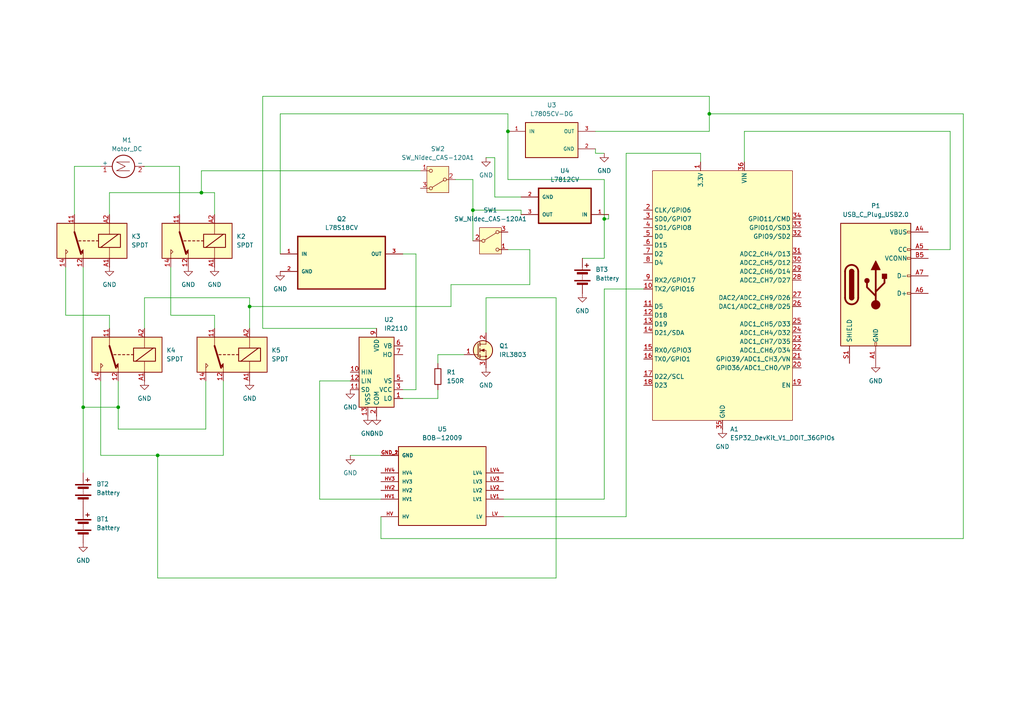
<source format=kicad_sch>
(kicad_sch (version 20231120) (generator "eeschema") (generator_version "8.0")
  (paper "A4")
  (lib_symbols
    (symbol "BOB-12009:BOB-12009" (pin_names (offset 1.016))
      (property "Reference" "U" (at -12.7 11.43 0))
      (property "Value" "BOB-12009" (at -12.7 -15.24 0))
      (symbol "BOB-12009_0_0"
        (rectangle (start -12.7 -12.7) (end 12.7 10.16) (stroke (width 0.254)) (fill (type background)))
        (pin power_in line (at 17.78 -10.16 180) (length 5.08) (name "GND") (number "GND_1"))
        (pin power_in line (at 17.78 -10.16 180) (length 5.08) (name "GND") (number "GND_2"))
        (pin bidirectional line (at 17.78 7.62 180) (length 5.08) (name "HV") (number "HV"))
        (pin bidirectional line (at 17.78 2.54 180) (length 5.08) (name "HV1") (number "HV1"))
        (pin bidirectional line (at 17.78 0 180) (length 5.08) (name "HV2") (number "HV2"))
        (pin bidirectional line (at 17.78 -2.54 180) (length 5.08) (name "HV3") (number "HV3"))
        (pin bidirectional line (at 17.78 -5.08 180) (length 5.08) (name "HV4") (number "HV4"))
        (pin bidirectional line (at -17.78 7.62 0) (length 5.08) (name "LV") (number "LV"))
        (pin bidirectional line (at -17.78 2.54 0) (length 5.08) (name "LV1") (number "LV1"))
        (pin bidirectional line (at -17.78 0 0) (length 5.08) (name "LV2") (number "LV2"))
        (pin bidirectional line (at -17.78 -2.54 0) (length 5.08) (name "LV3") (number "LV3"))
        (pin bidirectional line (at -17.78 -5.08 0) (length 5.08) (name "LV4") (number "LV4"))
      )
    )
    (symbol "Connector:USB_C_Plug_USB2.0" (pin_names (offset 1.016))
      (property "Reference" "P" (at -10.16 19.05 0))
      (property "Value" "USB_C_Plug_USB2.0" (at 12.7 19.05 0))
      (symbol "USB_C_Plug_USB2.0_0_0"
        (rectangle (start -0.254 -17.78) (end 0.254 -16.764))
        (rectangle (start 10.16 -2.286) (end 9.144 -2.794))
        (rectangle (start 10.16 2.794) (end 9.144 2.286))
        (rectangle (start 10.16 7.874) (end 9.144 7.366))
        (rectangle (start 10.16 10.414) (end 9.144 9.906))
        (rectangle (start 10.16 15.494) (end 9.144 14.986))
      )
      (symbol "USB_C_Plug_USB2.0_0_1"
        (rectangle (start -10.16 17.78) (end 10.16 -17.78) (stroke (width 0.254)) (fill (type background)))
        (arc (start -8.89 -3.81) (mid -6.985 -5.7067) (end -5.08 -3.81) (stroke (width 0.508)))
        (arc (start -7.62 -3.81) (mid -6.985 -4.4423) (end -6.35 -3.81) (stroke (width 0.254)))
        (arc (start -7.62 -3.81) (mid -6.985 -4.4423) (end -6.35 -3.81) (stroke (width 0.254)) (fill (type outline)))
        (rectangle (start -7.62 -3.81) (end -6.35 3.81) (stroke (width 0.254)) (fill (type outline)))
        (arc (start -6.35 3.81) (mid -6.985 4.4423) (end -7.62 3.81) (stroke (width 0.254)))
        (arc (start -6.35 3.81) (mid -6.985 4.4423) (end -7.62 3.81) (stroke (width 0.254)) (fill (type outline)))
        (arc (start -5.08 3.81) (mid -6.985 5.7067) (end -8.89 3.81) (stroke (width 0.508)))
        (circle (center -2.54 1.143) (radius 0.635) (stroke (width 0.254)) (fill (type outline)))
        (circle (center 0 -5.842) (radius 1.27) (fill (type outline)))
        (polyline (pts (xy -8.89 -3.81) (xy -8.89 3.81)) (stroke (width 0.508)))
        (polyline (pts (xy -5.08 3.81) (xy -5.08 -3.81)) (stroke (width 0.508)))
        (polyline (pts (xy 0 -5.842) (xy 0 4.318)) (stroke (width 0.508)))
        (polyline (pts (xy 0 -3.302) (xy -2.54 -0.762) (xy -2.54 0.508)) (stroke (width 0.508)))
        (polyline (pts (xy 0 -2.032) (xy 2.54 0.508) (xy 2.54 1.778)) (stroke (width 0.508)))
        (polyline (pts (xy -1.27 4.318) (xy 0 6.858) (xy 1.27 4.318) (xy -1.27 4.318)) (stroke (width 0.254)) (fill (type outline)))
        (rectangle (start 1.905 1.778) (end 3.175 3.048) (stroke (width 0.254)) (fill (type outline)))
      )
      (symbol "USB_C_Plug_USB2.0_1_1"
        (pin passive line (at 0 -22.86 90) (length 5.08) (name "GND") (number "A1"))
        (pin passive line (at 0 -22.86 90) (length 5.08) hide (name "GND") (number "A12"))
        (pin passive line (at 15.24 15.24 180) (length 5.08) (name "VBUS") (number "A4"))
        (pin bidirectional line (at 15.24 10.16 180) (length 5.08) (name "CC") (number "A5"))
        (pin bidirectional line (at 15.24 -2.54 180) (length 5.08) (name "D+") (number "A6"))
        (pin bidirectional line (at 15.24 2.54 180) (length 5.08) (name "D-") (number "A7"))
        (pin passive line (at 15.24 15.24 180) (length 5.08) hide (name "VBUS") (number "A9"))
        (pin passive line (at 0 -22.86 90) (length 5.08) hide (name "GND") (number "B1"))
        (pin passive line (at 0 -22.86 90) (length 5.08) hide (name "GND") (number "B12"))
        (pin passive line (at 15.24 15.24 180) (length 5.08) hide (name "VBUS") (number "B4"))
        (pin bidirectional line (at 15.24 7.62 180) (length 5.08) (name "VCONN") (number "B5"))
        (pin passive line (at 15.24 15.24 180) (length 5.08) hide (name "VBUS") (number "B9"))
        (pin passive line (at -7.62 -22.86 90) (length 5.08) (name "SHIELD") (number "S1"))
      )
    )
    (symbol "Device:Battery" (pin_numbers hide) (pin_names (offset 0) hide)
      (property "Reference" "BT" (at 2.54 2.54 0))
      (property "Value" "Battery" (at 2.54 0 0))
      (symbol "Battery_0_1"
        (rectangle (start -2.286 -1.27) (end 2.286 -1.524) (fill (type outline)))
        (rectangle (start -2.286 1.778) (end 2.286 1.524) (fill (type outline)))
        (rectangle (start -1.524 -2.032) (end 1.524 -2.54) (fill (type outline)))
        (rectangle (start -1.524 1.016) (end 1.524 0.508) (fill (type outline)))
        (polyline (pts (xy 0 -1.016) (xy 0 -0.762)))
        (polyline (pts (xy 0 -0.508) (xy 0 -0.254)))
        (polyline (pts (xy 0 0) (xy 0 0.254)))
        (polyline (pts (xy 0 1.778) (xy 0 2.54)))
        (polyline (pts (xy 0.762 3.048) (xy 1.778 3.048)) (stroke (width 0.254)))
        (polyline (pts (xy 1.27 3.556) (xy 1.27 2.54)) (stroke (width 0.254)))
      )
      (symbol "Battery_1_1"
        (pin passive line (at 0 5.08 270) (length 2.54) (name "+") (number "1"))
        (pin passive line (at 0 -5.08 90) (length 2.54) (name "-") (number "2"))
      )
    )
    (symbol "Driver_FET:IR2110"
      (property "Reference" "U" (at 1.27 13.335 0))
      (property "Value" "IR2110" (at 1.27 11.43 0))
      (symbol "IR2110_0_1"
        (rectangle (start -5.08 -10.16) (end 5.08 10.16) (stroke (width 0.254)) (fill (type background)))
      )
      (symbol "IR2110_1_1"
        (pin output line (at 7.62 -7.62 180) (length 2.54) (name "LO") (number "1"))
        (pin input line (at -7.62 0 0) (length 2.54) (name "HIN") (number "10"))
        (pin input line (at -7.62 -5.08 0) (length 2.54) (name "SD") (number "11"))
        (pin input line (at -7.62 -2.54 0) (length 2.54) (name "LIN") (number "12"))
        (pin power_in line (at -2.54 -12.7 90) (length 2.54) (name "VSS") (number "13"))
        (pin no_connect line (at -5.08 2.54 0) (length 2.54) hide (name "NC") (number "14"))
        (pin power_in line (at 0 -12.7 90) (length 2.54) (name "COM") (number "2"))
        (pin power_in line (at 7.62 -5.08 180) (length 2.54) (name "VCC") (number "3"))
        (pin no_connect line (at -5.08 7.62 0) (length 2.54) hide (name "NC") (number "4"))
        (pin passive line (at 7.62 -2.54 180) (length 2.54) (name "VS") (number "5"))
        (pin passive line (at 7.62 7.62 180) (length 2.54) (name "VB") (number "6"))
        (pin output line (at 7.62 5.08 180) (length 2.54) (name "HO") (number "7"))
        (pin no_connect line (at -5.08 5.08 0) (length 2.54) hide (name "NC") (number "8"))
        (pin power_in line (at 0 12.7 270) (length 2.54) (name "VDD") (number "9"))
      )
    )
    (symbol "L7805CV-DG:L7805CV-DG" (pin_names (offset 1.016))
      (property "Reference" "U" (at -7.6226 7.6217 0))
      (property "Value" "L7805CV-DG" (at -7.6287 -10.1686 0))
      (symbol "L7805CV-DG_0_0"
        (rectangle (start -7.62 -5.08) (end 7.62 5.08) (stroke (width 0.254)) (fill (type background)))
        (pin input line (at -12.7 2.54 0) (length 5.08) (name "IN") (number "1"))
        (pin power_in line (at 12.7 -2.54 180) (length 5.08) (name "GND") (number "2"))
        (pin output line (at 12.7 2.54 180) (length 5.08) (name "OUT") (number "3"))
      )
    )
    (symbol "L7812CV:L7812CV" (pin_names (offset 1.016))
      (property "Reference" "U" (at -7.6226 5.0817 0))
      (property "Value" "L7812CV" (at -7.6287 -7.6287 0))
      (symbol "L7812CV_0_0"
        (rectangle (start -7.62 -5.08) (end 7.62 5.08) (stroke (width 0.41)) (fill (type background)))
        (pin input line (at -12.7 2.54 0) (length 5.08) (name "IN") (number "1"))
        (pin power_in line (at 12.7 -2.54 180) (length 5.08) (name "GND") (number "2"))
        (pin output line (at 12.7 2.54 180) (length 5.08) (name "OUT") (number "3"))
      )
    )
    (symbol "L78S18CV:L78S18CV" (pin_names (offset 1.016))
      (property "Reference" "Q" (at -4.7244 9.1186 0))
      (property "Value" "L78S18CV" (at -4.6228 -14.8336 0))
      (symbol "L78S18CV_0_0"
        (rectangle (start -12.7 -10.16) (end 12.7 5.08) (stroke (width 0.4064)) (fill (type background)))
        (pin input line (at -17.78 0 0) (length 5.08) (name "IN") (number "1"))
        (pin passive line (at -17.78 -5.08 0) (length 5.08) (name "GND") (number "2"))
        (pin output line (at 17.78 0 180) (length 5.08) (name "OUT") (number "3"))
      )
    )
    (symbol "Motor:Motor_DC" (pin_names (offset 0))
      (property "Reference" "M" (at 2.54 2.54 0))
      (property "Value" "Motor_DC" (at 2.54 -5.08 0))
      (symbol "Motor_DC_0_0"
        (polyline (pts (xy -1.27 -3.302) (xy -1.27 0.508) (xy 0 -2.032) (xy 1.27 0.508) (xy 1.27 -3.302)))
      )
      (symbol "Motor_DC_0_1"
        (circle (center 0 -1.524) (radius 3.2512) (stroke (width 0.254)))
        (polyline (pts (xy 0 -7.62) (xy 0 -7.112)))
        (polyline (pts (xy 0 -4.7752) (xy 0 -5.1816)))
        (polyline (pts (xy 0 1.7272) (xy 0 2.0828)))
        (polyline (pts (xy 0 2.032) (xy 0 2.54)))
      )
      (symbol "Motor_DC_1_1"
        (pin passive line (at 0 5.08 270) (length 2.54) (name "+") (number "1"))
        (pin passive line (at 0 -7.62 90) (length 2.54) (name "-") (number "2"))
      )
    )
    (symbol "PCM_SL_Development_Board:ESP32_DevKit_V1_DOIT_36GPIOs"
      (property "Reference" "A" (at -13.97 36.83 0))
      (property "Value" "ESP32_DevKit_V1_DOIT_36GPIOs" (at 0 -31.75 0))
      (symbol "ESP32_DevKit_V1_DOIT_36GPIOs_0_1"
        (rectangle (start -20.32 34.29) (end 20.32 -38.1) (fill (type background)))
      )
      (symbol "ESP32_DevKit_V1_DOIT_36GPIOs_1_1"
        (pin power_in line (at -6.35 36.83 270) (length 2.54) (name "3.3V") (number "1"))
        (pin bidirectional line (at -22.86 0 0) (length 2.54) (name "TX2/GPIO16") (number "10"))
        (pin bidirectional line (at -22.86 -5.08 0) (length 2.54) (name "D5") (number "11"))
        (pin bidirectional line (at -22.86 -7.62 0) (length 2.54) (name "D18") (number "12"))
        (pin bidirectional line (at -22.86 -10.16 0) (length 2.54) (name "D19") (number "13"))
        (pin bidirectional line (at -22.86 -12.7 0) (length 2.54) (name "D21/SDA") (number "14"))
        (pin bidirectional line (at -22.86 -17.78 0) (length 2.54) (name "RX0/GPIO3") (number "15"))
        (pin bidirectional line (at -22.86 -20.32 0) (length 2.54) (name "TX0/GPIO1") (number "16"))
        (pin bidirectional line (at -22.86 -25.4 0) (length 2.54) (name "D22/SCL") (number "17"))
        (pin bidirectional line (at -22.86 -27.94 0) (length 2.54) (name "D23") (number "18"))
        (pin bidirectional line (at 22.86 -27.94 180) (length 2.54) (name "EN") (number "19"))
        (pin bidirectional line (at -22.86 22.86 0) (length 2.54) (name "CLK/GPIO6") (number "2"))
        (pin bidirectional line (at 22.86 -22.86 180) (length 2.54) (name "GPIO36/ADC1_CH0/VP") (number "20"))
        (pin bidirectional line (at 22.86 -20.32 180) (length 2.54) (name "GPIO39/ADC1_CH3/VN") (number "21"))
        (pin bidirectional line (at 22.86 -17.78 180) (length 2.54) (name "ADC1_CH6/D34") (number "22"))
        (pin bidirectional line (at 22.86 -15.24 180) (length 2.54) (name "ADC1_CH7/D35") (number "23"))
        (pin bidirectional line (at 22.86 -12.7 180) (length 2.54) (name "ADC1_CH4/D32") (number "24"))
        (pin bidirectional line (at 22.86 -10.16 180) (length 2.54) (name "ADC1_CH5/D33") (number "25"))
        (pin bidirectional line (at 22.86 -5.08 180) (length 2.54) (name "DAC1/ADC2_CH8/D25") (number "26"))
        (pin bidirectional line (at 22.86 -2.54 180) (length 2.54) (name "DAC2/ADC2_CH9/D26") (number "27"))
        (pin bidirectional line (at 22.86 2.54 180) (length 2.54) (name "ADC2_CH7/D27") (number "28"))
        (pin bidirectional line (at 22.86 5.08 180) (length 2.54) (name "ADC2_CH6/D14") (number "29"))
        (pin bidirectional line (at -22.86 20.32 0) (length 2.54) (name "SD0/GPIO7") (number "3"))
        (pin bidirectional line (at 22.86 7.62 180) (length 2.54) (name "ADC2_CH5/D12") (number "30"))
        (pin bidirectional line (at 22.86 10.16 180) (length 2.54) (name "ADC2_CH4/D13") (number "31"))
        (pin bidirectional line (at 22.86 15.24 180) (length 2.54) (name "GPIO9/SD2") (number "32"))
        (pin bidirectional line (at 22.86 17.78 180) (length 2.54) (name "GPIO10/SD3") (number "33"))
        (pin bidirectional line (at 22.86 20.32 180) (length 2.54) (name "GPIO11/CMD") (number "34"))
        (pin power_out line (at 0 -40.64 90) (length 2.54) (name "GND") (number "35"))
        (pin power_in line (at 6.35 36.83 270) (length 2.54) (name "VIN") (number "36"))
        (pin bidirectional line (at -22.86 17.78 0) (length 2.54) (name "SD1/GPIO8") (number "4"))
        (pin bidirectional line (at -22.86 15.24 0) (length 2.54) (name "D0") (number "5"))
        (pin bidirectional line (at -22.86 12.7 0) (length 2.54) (name "D15") (number "6"))
        (pin bidirectional line (at -22.86 10.16 0) (length 2.54) (name "D2") (number "7"))
        (pin bidirectional line (at -22.86 7.62 0) (length 2.54) (name "D4") (number "8"))
        (pin bidirectional line (at -22.86 2.54 0) (length 2.54) (name "RX2/GPIO17") (number "9"))
      )
    )
    (symbol "PCM_SL_Resistors:Resistor"
      (property "Reference" "R" (at 0 5.08 0))
      (property "Value" "Resistor" (at 0 2.54 0))
      (symbol "Resistor_0_1"
        (rectangle (start -2.286 0.889) (end 2.286 -0.889) (stroke (width 0.24)))
      )
      (symbol "Resistor_1_1"
        (pin passive line (at -3.81 0 0) (length 1.5) (name "") (number "1"))
        (pin passive line (at 3.81 0 180) (length 1.5) (name "~") (number "2"))
      )
    )
    (symbol "PCM_Transistor_MOSFET_AKL:IRL3803" (pin_names hide)
      (property "Reference" "Q" (at 5.08 1.27 0))
      (property "Value" "IRL3803" (at 5.08 -1.27 0))
      (symbol "IRL3803_0_1"
        (polyline (pts (xy 0.254 -1.27) (xy -2.54 -1.27)))
        (polyline (pts (xy 0.254 1.905) (xy 0.254 -1.905)) (stroke (width 0.254)))
        (polyline (pts (xy 0.762 -1.778) (xy 2.54 -1.778)))
        (polyline (pts (xy 0.762 -1.27) (xy 0.762 -2.286)) (stroke (width 0.254)))
        (polyline (pts (xy 0.762 0.508) (xy 0.762 -0.508)) (stroke (width 0.254)))
        (polyline (pts (xy 0.762 2.286) (xy 0.762 1.27)) (stroke (width 0.254)))
        (polyline (pts (xy 2.54 1.778) (xy 0.762 1.778)))
        (polyline (pts (xy 2.54 2.54) (xy 2.54 1.778)))
        (polyline (pts (xy 2.54 -2.54) (xy 2.54 0) (xy 0.762 0)))
        (polyline (pts (xy 1.016 0) (xy 2.032 0.381) (xy 2.032 -0.381) (xy 1.016 0)) (fill (type outline)))
        (circle (center 1.651 0) (radius 2.794) (stroke (width 0.254)) (fill (type background)))
        (circle (center 2.54 -1.778) (radius 0.1778) (fill (type outline)))
      )
      (symbol "IRL3803_1_1"
        (pin input line (at -3.81 -1.27 0) (length 2.54) (name "G") (number "1"))
        (pin passive line (at 2.54 5.08 270) (length 2.54) (name "D") (number "2"))
        (pin passive line (at 2.54 -5.08 90) (length 2.54) (name "S") (number "3"))
      )
    )
    (symbol "Relay:Fujitsu_FTR-LYCA005x"
      (property "Reference" "K" (at 11.43 3.81 0))
      (property "Value" "Fujitsu_FTR-LYCA005x" (at 11.43 1.27 0))
      (symbol "Fujitsu_FTR-LYCA005x_0_0"
        (polyline (pts (xy 7.62 5.08) (xy 7.62 2.54) (xy 6.985 3.175) (xy 7.62 3.81)))
      )
      (symbol "Fujitsu_FTR-LYCA005x_0_1"
        (rectangle (start -10.16 5.08) (end 10.16 -5.08) (stroke (width 0.254)) (fill (type background)))
        (rectangle (start -8.255 1.905) (end -1.905 -1.905) (stroke (width 0.254)))
        (polyline (pts (xy -7.62 -1.905) (xy -2.54 1.905)) (stroke (width 0.254)))
        (polyline (pts (xy -5.08 -5.08) (xy -5.08 -1.905)))
        (polyline (pts (xy -5.08 5.08) (xy -5.08 1.905)))
        (polyline (pts (xy -1.905 0) (xy -1.27 0)) (stroke (width 0.254)))
        (polyline (pts (xy -0.635 0) (xy 0 0)) (stroke (width 0.254)))
        (polyline (pts (xy 0.635 0) (xy 1.27 0)) (stroke (width 0.254)))
        (polyline (pts (xy 1.905 0) (xy 2.54 0)) (stroke (width 0.254)))
        (polyline (pts (xy 3.175 0) (xy 3.81 0)) (stroke (width 0.254)))
        (polyline (pts (xy 5.08 -2.54) (xy 3.175 3.81)) (stroke (width 0.508)))
        (polyline (pts (xy 5.08 -2.54) (xy 5.08 -5.08)))
        (polyline (pts (xy 2.54 5.08) (xy 2.54 2.54) (xy 3.175 3.175) (xy 2.54 3.81)) (fill (type outline)))
      )
      (symbol "Fujitsu_FTR-LYCA005x_1_1"
        (pin passive line (at 5.08 -7.62 90) (length 2.54) (name "~") (number "11"))
        (pin passive line (at 2.54 7.62 270) (length 2.54) (name "~") (number "12"))
        (pin passive line (at 7.62 7.62 270) (length 2.54) (name "~") (number "14"))
        (pin passive line (at -5.08 7.62 270) (length 2.54) (name "~") (number "A1"))
        (pin passive line (at -5.08 -7.62 90) (length 2.54) (name "~") (number "A2"))
      )
    )
    (symbol "Switch:SW_Nidec_CAS-120A1" (pin_names (offset 1) hide)
      (property "Reference" "SW" (at 0 4.318 0))
      (property "Value" "SW_Nidec_CAS-120A1" (at 0 -5.08 0))
      (symbol "SW_Nidec_CAS-120A1_0_1"
        (circle (center -2.032 0) (radius 0.4572))
        (polyline (pts (xy -1.651 0.254) (xy 1.651 2.286)))
        (circle (center 2.032 -2.54) (radius 0.4572))
        (circle (center 2.032 2.54) (radius 0.4572))
      )
      (symbol "SW_Nidec_CAS-120A1_1_1"
        (rectangle (start -3.175 3.81) (end 3.175 -3.81) (fill (type background)))
        (pin passive line (at 5.08 -2.54 180) (length 2.54) (name "C") (number "1"))
        (pin passive line (at -5.08 0 0) (length 2.54) (name "B") (number "2"))
        (pin passive line (at 5.08 2.54 180) (length 2.54) (name "A") (number "3"))
      )
    )
    (symbol "power:GND" (power) (pin_numbers hide) (pin_names (offset 0) hide)
      (property "Value" "GND" (at 0 -3.81 0))
      (symbol "GND_0_1"
        (polyline (pts (xy 0 0) (xy 0 -1.27) (xy 1.27 -1.27) (xy 0 -2.54) (xy -1.27 -1.27) (xy 0 -1.27)))
      )
      (symbol "GND_1_1"
        (pin power_in line (at 0 0 270) (length 0) (name "~") (number "1"))
      )
    )
  )
  (junction (at 205.74 33.02))
  (junction (at 147.32 38.1))
  (junction (at 175.26 63.5))
  (junction (at 58.42 55.88))
  (junction (at 24.13 118.11))
  (junction (at 45.72 132.08))
  (junction (at 137.16 60.96))
  (junction (at 72.39 88.9))
  (junction (at 34.29 118.11))
  (wire (pts (xy 120.65 113.03) (xy 116.84 113.03)))
  (wire (pts (xy 24.13 118.11) (xy 34.29 118.11)))
  (wire (pts (xy 175.26 52.07) (xy 147.32 52.07)))
  (wire (pts (xy 62.23 91.44) (xy 62.23 95.25)))
  (wire (pts (xy 29.21 48.26) (xy 21.59 48.26)))
  (wire (pts (xy 130.81 82.55) (xy 130.81 88.9)))
  (wire (pts (xy 143.51 45.72) (xy 140.97 45.72)))
  (wire (pts (xy 49.53 91.44) (xy 62.23 91.44)))
  (wire (pts (xy 279.4 33.02) (xy 205.74 33.02)))
  (wire (pts (xy 176.53 62.23) (xy 176.53 63.5)))
  (wire (pts (xy 19.05 77.47) (xy 19.05 91.44)))
  (wire (pts (xy 41.91 95.25) (xy 41.91 86.36)))
  (wire (pts (xy 24.13 118.11) (xy 24.13 137.16)))
  (wire (pts (xy 101.6 132.08) (xy 110.49 132.08)))
  (wire (pts (xy 172.72 44.45) (xy 172.72 43.18)))
  (wire (pts (xy 172.72 38.1) (xy 205.74 38.1)))
  (wire (pts (xy 140.97 86.36) (xy 161.29 86.36)))
  (wire (pts (xy 269.24 72.39) (xy 275.59 72.39)))
  (wire (pts (xy 127 102.87) (xy 127 105.41)))
  (wire (pts (xy 203.2 46.99) (xy 203.2 44.45)))
  (wire (pts (xy 153.67 72.39) (xy 153.67 82.55)))
  (wire (pts (xy 58.42 49.53) (xy 58.42 55.88)))
  (wire (pts (xy 24.13 77.47) (xy 24.13 118.11)))
  (wire (pts (xy 116.84 115.57) (xy 127 115.57)))
  (wire (pts (xy 175.26 63.5) (xy 175.26 52.07)))
  (wire (pts (xy 45.72 167.64) (xy 45.72 132.08)))
  (wire (pts (xy 19.05 91.44) (xy 31.75 91.44)))
  (wire (pts (xy 49.53 77.47) (xy 49.53 91.44)))
  (wire (pts (xy 153.67 82.55) (xy 130.81 82.55)))
  (wire (pts (xy 279.4 156.21) (xy 279.4 33.02)))
  (wire (pts (xy 161.29 86.36) (xy 161.29 167.64)))
  (wire (pts (xy 110.49 149.86) (xy 110.49 156.21)))
  (wire (pts (xy 175.26 144.78) (xy 146.05 144.78)))
  (wire (pts (xy 52.07 48.26) (xy 52.07 62.23)))
  (wire (pts (xy 110.49 156.21) (xy 279.4 156.21)))
  (wire (pts (xy 29.21 132.08) (xy 45.72 132.08)))
  (wire (pts (xy 181.61 44.45) (xy 181.61 149.86)))
  (wire (pts (xy 76.2 27.94) (xy 205.74 27.94)))
  (wire (pts (xy 275.59 72.39) (xy 275.59 38.1)))
  (wire (pts (xy 41.91 48.26) (xy 52.07 48.26)))
  (wire (pts (xy 147.32 52.07) (xy 147.32 38.1)))
  (wire (pts (xy 168.91 74.93) (xy 175.26 74.93)))
  (wire (pts (xy 147.32 72.39) (xy 153.67 72.39)))
  (wire (pts (xy 186.69 83.82) (xy 175.26 83.82)))
  (wire (pts (xy 120.65 73.66) (xy 120.65 113.03)))
  (wire (pts (xy 132.08 52.07) (xy 137.16 52.07)))
  (wire (pts (xy 215.9 38.1) (xy 215.9 46.99)))
  (wire (pts (xy 31.75 62.23) (xy 31.75 55.88)))
  (wire (pts (xy 130.81 88.9) (xy 72.39 88.9)))
  (wire (pts (xy 81.28 33.02) (xy 147.32 33.02)))
  (wire (pts (xy 34.29 110.49) (xy 34.29 118.11)))
  (wire (pts (xy 203.2 44.45) (xy 181.61 44.45)))
  (wire (pts (xy 161.29 167.64) (xy 45.72 167.64)))
  (wire (pts (xy 275.59 38.1) (xy 215.9 38.1)))
  (wire (pts (xy 92.71 110.49) (xy 92.71 144.78)))
  (wire (pts (xy 59.69 124.46) (xy 59.69 110.49)))
  (wire (pts (xy 127 113.03) (xy 127 115.57)))
  (wire (pts (xy 143.51 57.15) (xy 151.13 57.15)))
  (wire (pts (xy 127 102.87) (xy 134.62 102.87)))
  (wire (pts (xy 45.72 132.08) (xy 64.77 132.08)))
  (wire (pts (xy 175.26 63.5) (xy 175.26 74.93)))
  (wire (pts (xy 21.59 48.26) (xy 21.59 62.23)))
  (wire (pts (xy 176.53 63.5) (xy 175.26 63.5)))
  (wire (pts (xy 175.26 83.82) (xy 175.26 144.78)))
  (wire (pts (xy 34.29 118.11) (xy 34.29 124.46)))
  (wire (pts (xy 121.92 49.53) (xy 58.42 49.53)))
  (wire (pts (xy 29.21 110.49) (xy 29.21 132.08)))
  (wire (pts (xy 101.6 110.49) (xy 92.71 110.49)))
  (wire (pts (xy 34.29 124.46) (xy 59.69 124.46)))
  (wire (pts (xy 151.13 60.96) (xy 151.13 62.23)))
  (wire (pts (xy 62.23 55.88) (xy 62.23 62.23)))
  (wire (pts (xy 137.16 69.85) (xy 137.16 60.96)))
  (wire (pts (xy 116.84 73.66) (xy 120.65 73.66)))
  (wire (pts (xy 137.16 60.96) (xy 151.13 60.96)))
  (wire (pts (xy 31.75 91.44) (xy 31.75 95.25)))
  (wire (pts (xy 147.32 33.02) (xy 147.32 38.1)))
  (wire (pts (xy 205.74 33.02) (xy 205.74 38.1)))
  (wire (pts (xy 31.75 55.88) (xy 58.42 55.88)))
  (wire (pts (xy 175.26 44.45) (xy 172.72 44.45)))
  (wire (pts (xy 137.16 52.07) (xy 137.16 60.96)))
  (wire (pts (xy 64.77 132.08) (xy 64.77 110.49)))
  (wire (pts (xy 205.74 27.94) (xy 205.74 33.02)))
  (wire (pts (xy 76.2 95.25) (xy 109.22 95.25)))
  (wire (pts (xy 143.51 45.72) (xy 143.51 57.15)))
  (wire (pts (xy 181.61 149.86) (xy 146.05 149.86)))
  (wire (pts (xy 92.71 144.78) (xy 110.49 144.78)))
  (wire (pts (xy 72.39 86.36) (xy 72.39 88.9)))
  (wire (pts (xy 41.91 86.36) (xy 72.39 86.36)))
  (wire (pts (xy 72.39 88.9) (xy 72.39 95.25)))
  (wire (pts (xy 81.28 73.66) (xy 81.28 33.02)))
  (wire (pts (xy 58.42 55.88) (xy 62.23 55.88)))
  (wire (pts (xy 76.2 27.94) (xy 76.2 95.25)))
  (wire (pts (xy 140.97 86.36) (xy 140.97 96.52)))
  (symbol (lib_id "power:GND") (at 62.23 77.47 0) (unit 1)
    (property "Reference" "#PWR020" (effects (hide yes)))
    (property "Value" "GND" (at 62.23 82.55 0))
    (property "Description" "Power symbol creates a global label with name \"GND\" , ground" (effects (hide yes)))
  )
  (symbol (lib_id "power:GND") (at 140.97 45.72 0) (unit 1)
    (property "Reference" "#PWR012" (effects (hide yes)))
    (property "Value" "GND" (at 140.97 50.8 0))
    (property "Description" "Power symbol creates a global label with name \"GND\" , ground" (effects (hide yes)))
  )
  (symbol (lib_id "power:GND") (at 106.68 120.65 0) (unit 1)
    (property "Reference" "#PWR06" (effects (hide yes)))
    (property "Value" "GND" (at 106.68 125.73 0))
    (property "Description" "Power symbol creates a global label with name \"GND\" , ground" (effects (hide yes)))
  )
  (symbol (lib_id "Driver_FET:IR2110") (at 109.22 107.95 0) (unit 1)
    (property "Reference" "U2" (at 111.4141 92.71 0) (effects (justify left)))
    (property "Value" "IR2110" (at 111.4141 95.25 0) (effects (justify left)))
    (property "Footprint" "Package_DIP:DIP-14_W7.62mm" (effects (hide yes)))
    (property "Datasheet" "https://www.infineon.com/dgdl/ir2110.pdf?fileId=5546d462533600a4015355c80333167e" (effects (hide yes)))
    (property "Description" "High and Low Side Driver, 500V, 2.0/2.0A, PDIP-14" (effects (hide yes)))
  )
  (symbol (lib_id "Relay:Fujitsu_FTR-LYCA005x") (at 67.31 102.87 180) (unit 1)
    (property "Reference" "K5" (at 78.74 101.5999 0) (effects (justify right)))
    (property "Value" "SPDT" (at 78.74 104.1399 0) (effects (justify right)))
    (property "Footprint" "Relay_THT:Relay_SPDT_Fujitsu_FTR-LYCA005x_FormC_Vertical" (effects (hide yes)))
    (property "Datasheet" "https://www.fujitsu.com/sg/imagesgig5/ftr-ly.pdf" (effects (hide yes)))
    (property "Description" "Relay, SPDT Form C, vertical mount, 5-60V coil, 6A, 250VAC, 28 x 5 x 15mm" (effects (hide yes)))
  )
  (symbol (lib_id "Device:Battery") (at 168.91 80.01 0) (unit 1)
    (property "Reference" "BT3" (at 172.72 78.1684 0) (effects (justify left)))
    (property "Value" "Battery" (at 172.72 80.7084 0) (effects (justify left)))
    (property "Description" "Multiple-cell battery" (effects (hide yes)))
  )
  (symbol (lib_id "power:GND") (at 101.6 113.03 0) (unit 1)
    (property "Reference" "#PWR07" (effects (hide yes)))
    (property "Value" "GND" (at 101.6 118.11 0))
    (property "Description" "Power symbol creates a global label with name \"GND\" , ground" (effects (hide yes)))
  )
  (symbol (lib_id "power:GND") (at 209.55 124.46 0) (unit 1)
    (property "Reference" "#PWR04" (effects (hide yes)))
    (property "Value" "GND" (at 209.55 129.54 0))
    (property "Description" "Power symbol creates a global label with name \"GND\" , ground" (effects (hide yes)))
  )
  (symbol (lib_id "Connector:USB_C_Plug_USB2.0") (at 254 82.55 0) (unit 1)
    (property "Reference" "P1" (at 254 59.69 0))
    (property "Value" "USB_C_Plug_USB2.0" (at 254 62.23 0))
    (property "Datasheet" "https://www.usb.org/sites/default/files/documents/usb_type-c.zip" (effects (hide yes)))
    (property "Description" "USB 2.0-only Type-C Plug connector" (effects (hide yes)))
  )
  (symbol (lib_id "power:GND") (at 254 105.41 0) (unit 1)
    (property "Reference" "#PWR014" (effects (hide yes)))
    (property "Value" "GND" (at 254 110.49 0))
    (property "Description" "Power symbol creates a global label with name \"GND\" , ground" (effects (hide yes)))
  )
  (symbol (lib_id "Device:Battery") (at 24.13 142.24 0) (unit 1)
    (property "Reference" "BT2" (at 27.94 140.3984 0) (effects (justify left)))
    (property "Value" "Battery" (at 27.94 142.9384 0) (effects (justify left)))
    (property "Description" "Multiple-cell battery" (effects (hide yes)))
  )
  (symbol (lib_id "Device:Battery") (at 24.13 152.4 0) (unit 1)
    (property "Reference" "BT1" (at 27.94 150.5584 0) (effects (justify left)))
    (property "Value" "Battery" (at 27.94 153.0984 0) (effects (justify left)))
    (property "Description" "Multiple-cell battery" (effects (hide yes)))
  )
  (symbol (lib_id "power:GND") (at 109.22 120.65 0) (unit 1)
    (property "Reference" "#PWR05" (effects (hide yes)))
    (property "Value" "GND" (at 109.22 125.73 0))
    (property "Description" "Power symbol creates a global label with name \"GND\" , ground" (effects (hide yes)))
  )
  (symbol (lib_id "Relay:Fujitsu_FTR-LYCA005x") (at 36.83 102.87 180) (unit 1)
    (property "Reference" "K4" (at 48.26 101.5999 0) (effects (justify right)))
    (property "Value" "SPDT" (at 48.26 104.1399 0) (effects (justify right)))
    (property "Footprint" "Relay_THT:Relay_SPDT_Fujitsu_FTR-LYCA005x_FormC_Vertical" (effects (hide yes)))
    (property "Datasheet" "https://www.fujitsu.com/sg/imagesgig5/ftr-ly.pdf" (effects (hide yes)))
    (property "Description" "Relay, SPDT Form C, vertical mount, 5-60V coil, 6A, 250VAC, 28 x 5 x 15mm" (effects (hide yes)))
  )
  (symbol (lib_id "PCM_SL_Development_Board:ESP32_DevKit_V1_DOIT_36GPIOs") (at 209.55 83.82 0) (unit 1)
    (property "Reference" "A1" (at 211.7441 124.46 0) (effects (justify left)))
    (property "Value" "ESP32_DevKit_V1_DOIT_36GPIOs" (at 211.7441 127 0) (effects (justify left)))
    (property "Footprint" "PCM_SL_Development_Boards:DOIT_ESP32_DEVKIT_36Pins" (effects (hide yes)))
    (property "Description" "Microcontroller module with ESP32 MCU, WiFi and Bluetooth" (effects (hide yes)))
  )
  (symbol (lib_id "power:GND") (at 81.28 78.74 0) (unit 1)
    (property "Reference" "#PWR010" (effects (hide yes)))
    (property "Value" "GND" (at 81.28 83.82 0))
    (property "Description" "Power symbol creates a global label with name \"GND\" , ground" (effects (hide yes)))
  )
  (symbol (lib_id "L78S18CV:L78S18CV") (at 99.06 73.66 0) (unit 1)
    (property "Reference" "Q2" (at 99.06 63.5 0))
    (property "Value" "L78S18CV" (at 99.06 66.04 0))
    (property "Footprint" "L78S18CV:TO254P450X1020X1935-3P" (effects (hide yes)))
    (property "MF" "STMicroelectronics" (effects (hide yes)))
    (property "Description_1" "\nLinear Voltage Regulator IC Positive Fixed 1 Output 2A TO-220AB\n" (effects (hide yes)))
    (property "PACKAGE" "TO-220" (effects (hide yes)))
    (property "MPN" "L78S18CV" (effects (hide yes)))
    (property "Price" "None" (effects (hide yes)))
    (property "Package" "TO-220-3 STMicroelectronics" (effects (hide yes)))
    (property "OC_FARNELL" "9756183" (effects (hide yes)))
    (property "SnapEDA_Link" "https://www.snapeda.com/parts/L78S18CV/STMicroelectronics/view-part/?ref=snap" (effects (hide yes)))
    (property "MP" "L78S18CV" (effects (hide yes)))
    (property "SUPPLIER" "STMicroelectronics" (effects (hide yes)))
    (property "OC_NEWARK" "26M0573" (effects (hide yes)))
    (property "Availability" "In Stock" (effects (hide yes)))
    (property "Check_prices" "https://www.snapeda.com/parts/L78S18CV/STMicroelectronics/view-part/?ref=eda" (effects (hide yes)))
  )
  (symbol (lib_id "Switch:SW_Nidec_CAS-120A1") (at 142.24 69.85 0) (unit 1)
    (property "Reference" "SW1" (at 142.24 60.96 0))
    (property "Value" "SW_Nidec_CAS-120A1" (at 142.24 63.5 0))
    (property "Footprint" "Button_Switch_SMD:Nidec_Copal_CAS-120A" (effects (hide yes)))
    (property "Datasheet" "https://www.nidec-components.com/e/catalog/switch/cas.pdf" (effects (hide yes)))
    (property "Description" "Switch, single pole double throw" (effects (hide yes)))
  )
  (symbol (lib_id "BOB-12009:BOB-12009") (at 128.27 142.24 180) (unit 1)
    (property "Reference" "U5" (at 128.27 124.46 0))
    (property "Value" "BOB-12009" (at 128.27 127 0))
    (property "Footprint" "BOB-12009:CONV_BOB-12009" (effects (hide yes)))
    (property "MF" "SparkFun" (effects (hide yes)))
    (property "MAXIMUM_PACKAGE_HEIGHT" "N/A" (effects (hide yes)))
    (property "Package" "None" (effects (hide yes)))
    (property "Price" "None" (effects (hide yes)))
    (property "Check_prices" "https://www.snapeda.com/parts/BOB-12009/SparkFun+Electronics/view-part/?ref=eda" (effects (hide yes)))
    (property "STANDARD" "Manufacturer Recommendations" (effects (hide yes)))
    (property "PARTREV" "01" (effects (hide yes)))
    (property "SnapEDA_Link" "https://www.snapeda.com/parts/BOB-12009/SparkFun+Electronics/view-part/?ref=snap" (effects (hide yes)))
    (property "MP" "BOB-12009" (effects (hide yes)))
    (property "Purchase-URL" "https://www.snapeda.com/api/url_track_click_mouser/?unipart_id=551764&manufacturer=SparkFun&part_name=BOB-12009&search_term=None" (effects (hide yes)))
    (property "Description_1" "\nBSS138 - Logic-Level Translator Interface Evaluation Board\n" (effects (hide yes)))
    (property "Availability" "In Stock" (effects (hide yes)))
    (property "MANUFACTURER" "SparkFun Electronics" (effects (hide yes)))
  )
  (symbol (lib_id "power:GND") (at 31.75 77.47 0) (unit 1)
    (property "Reference" "#PWR021" (effects (hide yes)))
    (property "Value" "GND" (at 31.75 82.55 0))
    (property "Description" "Power symbol creates a global label with name \"GND\" , ground" (effects (hide yes)))
  )
  (symbol (lib_id "power:GND") (at 175.26 44.45 0) (unit 1)
    (property "Reference" "#PWR09" (effects (hide yes)))
    (property "Value" "GND" (at 175.26 49.53 0))
    (property "Description" "Power symbol creates a global label with name \"GND\" , ground" (effects (hide yes)))
  )
  (symbol (lib_id "power:GND") (at 41.91 110.49 0) (unit 1)
    (property "Reference" "#PWR018" (effects (hide yes)))
    (property "Value" "GND" (at 41.91 115.57 0))
    (property "Description" "Power symbol creates a global label with name \"GND\" , ground" (effects (hide yes)))
  )
  (symbol (lib_id "L7805CV-DG:L7805CV-DG") (at 160.02 40.64 0) (unit 1)
    (property "Reference" "U3" (at 160.02 30.48 0))
    (property "Value" "L7805CV-DG" (at 160.02 33.02 0))
    (property "Footprint" "L7805CV-DG:TO255P1040X460X2890-3" (effects (hide yes)))
    (property "MF" "STMicroelectronics" (effects (hide yes)))
    (property "MAXIMUM_PACKAGE_HEIGHT" "19.68 mm" (effects (hide yes)))
    (property "Package" "TO-220 STMicroelectronics" (effects (hide yes)))
    (property "Price" "None" (effects (hide yes)))
    (property "Check_prices" "https://www.snapeda.com/parts/L7805CV-DG/STMicroelectronics/view-part/?ref=eda" (effects (hide yes)))
    (property "STANDARD" "IPC 7351B" (effects (hide yes)))
    (property "PARTREV" "36" (effects (hide yes)))
    (property "SnapEDA_Link" "https://www.snapeda.com/parts/L7805CV-DG/STMicroelectronics/view-part/?ref=snap" (effects (hide yes)))
    (property "MP" "L7805CV-DG" (effects (hide yes)))
    (property "Description_1" "\nLinear Voltage Regulator IC Positive Fixed 1 Output 1.5A TO-220\n" (effects (hide yes)))
    (property "Availability" "In Stock" (effects (hide yes)))
    (property "MANUFACTURER" "STMicroelectronics" (effects (hide yes)))
  )
  (symbol (lib_id "power:GND") (at 72.39 110.49 0) (unit 1)
    (property "Reference" "#PWR019" (effects (hide yes)))
    (property "Value" "GND" (at 72.39 115.57 0))
    (property "Description" "Power symbol creates a global label with name \"GND\" , ground" (effects (hide yes)))
  )
  (symbol (lib_id "Motor:Motor_DC") (at 34.29 48.26 90) (unit 1)
    (property "Reference" "M1" (at 36.83 40.64 90))
    (property "Value" "Motor_DC" (at 36.83 43.18 90))
    (property "Description" "DC Motor" (effects (hide yes)))
  )
  (symbol (lib_id "PCM_SL_Resistors:Resistor") (at 127 109.22 90) (unit 1)
    (property "Reference" "R1" (at 129.54 107.9499 90) (effects (justify right)))
    (property "Value" "150R" (at 129.54 110.4899 90) (effects (justify right)))
    (property "Footprint" "Resistor_THT:R_Axial_DIN0207_L6.3mm_D2.5mm_P10.16mm_Horizontal" (effects (hide yes)))
    (property "Description" "1/4W Resistor" (effects (hide yes)))
  )
  (symbol (lib_id "power:GND") (at 168.91 85.09 0) (unit 1)
    (property "Reference" "#PWR08" (effects (hide yes)))
    (property "Value" "GND" (at 168.91 90.17 0))
    (property "Description" "Power symbol creates a global label with name \"GND\" , ground" (effects (hide yes)))
  )
  (symbol (lib_id "power:GND") (at 54.61 77.47 0) (unit 1)
    (property "Reference" "#PWR015" (effects (hide yes)))
    (property "Value" "GND" (at 54.61 82.55 0))
    (property "Description" "Power symbol creates a global label with name \"GND\" , ground" (effects (hide yes)))
  )
  (symbol (lib_id "PCM_Transistor_MOSFET_AKL:IRL3803") (at 138.43 101.6 0) (unit 1)
    (property "Reference" "Q1" (at 144.78 100.3299 0) (effects (justify left)))
    (property "Value" "IRL3803" (at 144.78 102.8699 0) (effects (justify left)))
    (property "Footprint" "Package_TO_SOT_THT_AKL:TO-220-3_Vertical_GDS" (effects (hide yes)))
    (property "Datasheet" "https://www.tme.eu/Document/c5e4ca68b7beda6d548328b6388c500a/irl3803.pdf" (effects (hide yes)))
    (property "Description" "TO-220 N-MOSFET enchancement mode transistor, 30V, 140A, 200W, Alternate KiCAD Library" (effects (hide yes)))
  )
  (symbol (lib_id "power:GND") (at 24.13 157.48 0) (unit 1)
    (property "Reference" "#PWR01" (effects (hide yes)))
    (property "Value" "GND" (at 24.13 162.56 0))
    (property "Description" "Power symbol creates a global label with name \"GND\" , ground" (effects (hide yes)))
  )
  (symbol (lib_id "Relay:Fujitsu_FTR-LYCA005x") (at 26.67 69.85 180) (unit 1)
    (property "Reference" "K3" (at 38.1 68.5799 0) (effects (justify right)))
    (property "Value" "SPDT" (at 38.1 71.1199 0) (effects (justify right)))
    (property "Footprint" "Relay_THT:Relay_SPDT_Fujitsu_FTR-LYCA005x_FormC_Vertical" (effects (hide yes)))
    (property "Datasheet" "https://www.fujitsu.com/sg/imagesgig5/ftr-ly.pdf" (effects (hide yes)))
    (property "Description" "Relay, SPDT Form C, vertical mount, 5-60V coil, 6A, 250VAC, 28 x 5 x 15mm" (effects (hide yes)))
  )
  (symbol (lib_id "power:GND") (at 101.6 132.08 0) (unit 1)
    (property "Reference" "#PWR013" (effects (hide yes)))
    (property "Value" "GND" (at 101.6 137.16 0))
    (property "Description" "Power symbol creates a global label with name \"GND\" , ground" (effects (hide yes)))
  )
  (symbol (lib_id "Relay:Fujitsu_FTR-LYCA005x") (at 57.15 69.85 180) (unit 1)
    (property "Reference" "K2" (at 68.58 68.5799 0) (effects (justify right)))
    (property "Value" "SPDT" (at 68.58 71.1199 0) (effects (justify right)))
    (property "Footprint" "Relay_THT:Relay_SPDT_Fujitsu_FTR-LYCA005x_FormC_Vertical" (effects (hide yes)))
    (property "Datasheet" "https://www.fujitsu.com/sg/imagesgig5/ftr-ly.pdf" (effects (hide yes)))
    (property "Description" "Relay, SPDT Form C, vertical mount, 5-60V coil, 6A, 250VAC, 28 x 5 x 15mm" (effects (hide yes)))
  )
  (symbol (lib_id "L7812CV:L7812CV") (at 163.83 59.69 180) (unit 1)
    (property "Reference" "U4" (at 163.83 49.53 0))
    (property "Value" "L7812CV" (at 163.83 52.07 0))
    (property "Footprint" "L7812CV:TO-220-3" (effects (hide yes)))
    (property "MF" "STMicroelectronics" (effects (hide yes)))
    (property "Description_1" "\nLinear Voltage Regulator IC Positive Fixed 1 Output 1.5A TO-220\n" (effects (hide yes)))
    (property "Package" "TO-220-3 STMicroelectronics" (effects (hide yes)))
    (property "Price" "None" (effects (hide yes)))
    (property "Check_prices" "https://www.snapeda.com/parts/L7812CV/STMicroelectronics/view-part/?ref=eda" (effects (hide yes)))
    (property "STANDARD" "IPC-7351B" (effects (hide yes)))
    (property "PARTREV" "34" (effects (hide yes)))
    (property "SnapEDA_Link" "https://www.snapeda.com/parts/L7812CV/STMicroelectronics/view-part/?ref=snap" (effects (hide yes)))
    (property "MP" "L7812CV" (effects (hide yes)))
    (property "Availability" "In Stock" (effects (hide yes)))
    (property "MANUFACTURER" "STMicroelectronics" (effects (hide yes)))
  )
  (symbol (lib_id "power:GND") (at 140.97 106.68 0) (unit 1)
    (property "Reference" "#PWR02" (effects (hide yes)))
    (property "Value" "GND" (at 140.97 111.76 0))
    (property "Description" "Power symbol creates a global label with name \"GND\" , ground" (effects (hide yes)))
  )
  (symbol (lib_id "Switch:SW_Nidec_CAS-120A1") (at 127 52.07 180) (unit 1)
    (property "Reference" "SW2" (at 127 43.18 0))
    (property "Value" "SW_Nidec_CAS-120A1" (at 127 45.72 0))
    (property "Footprint" "Button_Switch_SMD:Nidec_Copal_CAS-120A" (effects (hide yes)))
    (property "Datasheet" "https://www.nidec-components.com/e/catalog/switch/cas.pdf" (effects (hide yes)))
    (property "Description" "Switch, single pole double throw" (effects (hide yes)))
  )
)
</source>
